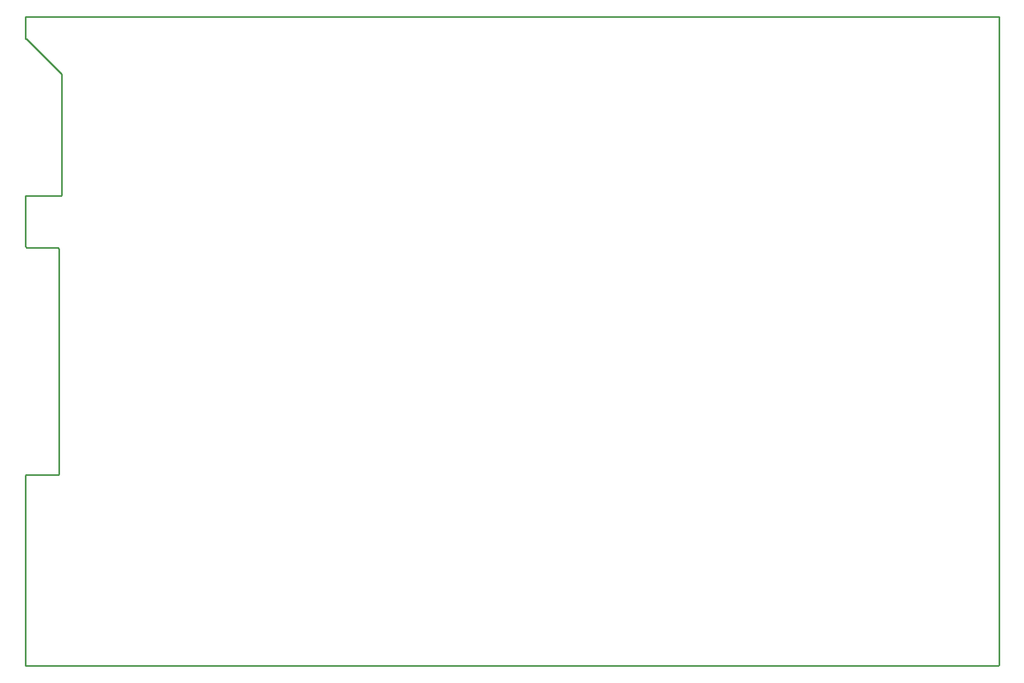
<source format=gm1>
G04 Layer_Color=16711935*
%FSLAX25Y25*%
%MOIN*%
G70*
G01*
G75*
%ADD37C,0.01000*%
D37*
X699606Y100000D02*
X700000Y100394D01*
Y500000D01*
X120866Y218110D02*
Y291339D01*
X100000Y100000D02*
Y217323D01*
X100394Y217717D01*
X120472D01*
X120866Y218110D01*
Y291339D02*
Y357087D01*
X120079Y357874D02*
X120866Y357087D01*
X100787Y357874D02*
X120079D01*
X100000Y358661D02*
X100787Y357874D01*
X100000Y358661D02*
Y389764D01*
X122441Y390158D02*
Y448819D01*
X100000Y491732D02*
Y500000D01*
Y486614D02*
Y491732D01*
Y100000D02*
X699606D01*
X100000Y500000D02*
X700000D01*
X122047Y389764D02*
X122441Y390158D01*
X100000Y389764D02*
X122047D01*
X100394Y486614D02*
X100787D01*
X122441Y464961D01*
Y448819D02*
Y464961D01*
M02*

</source>
